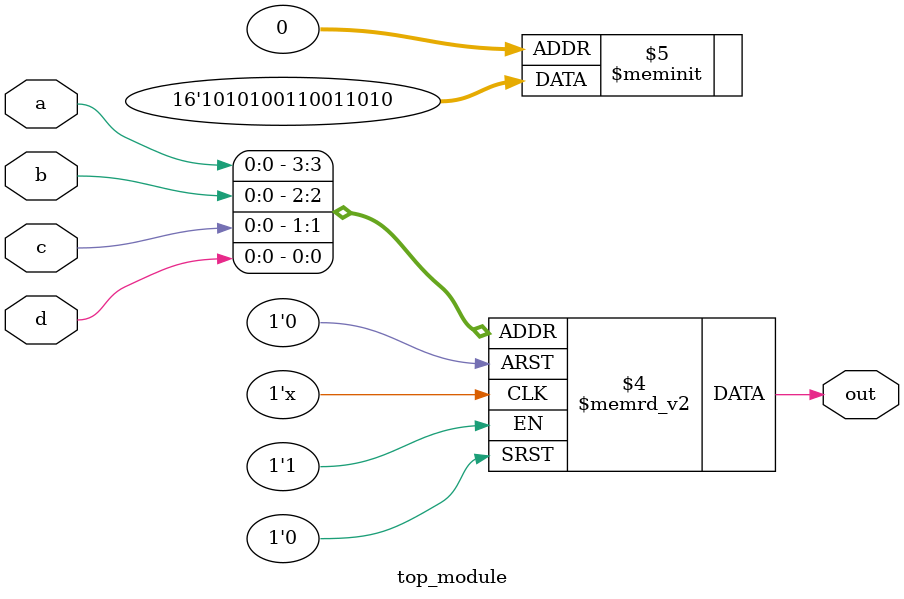
<source format=sv>
module top_module (
    input a,
    input b,
    input c,
    input d,
    output reg out
);

always @(*) begin
    case ({a, b, c, d})
        4'b0000: out = 0;
        4'b0001: out = 1;
        4'b0011: out = 1;
        4'b0100: out = 1;
        4'b0101: out = 0;
        4'b0111: out = 1;
        4'b1000: out = 1;
        4'b1001: out = 0;
        4'b1011: out = 1;
        4'b1100: out = 0;
        4'b1101: out = 1;
        4'b1111: out = 1;
        4'b1110: out = 0;
        default: out = 0;
    endcase
end

endmodule

</source>
